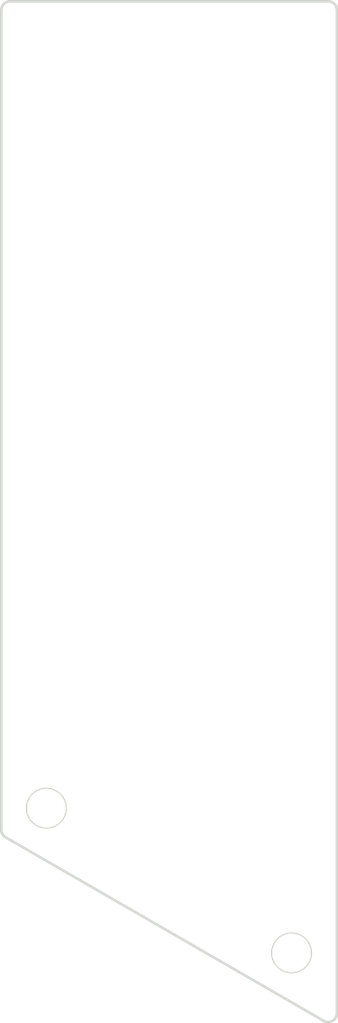
<source format=kicad_pcb>
(kicad_pcb (version 20240108) (generator "ergogen") (generator_version "4.1.0")
  (title_block (title "controller_overlay") (date "2025-03-02") (rev "0.2") (company "ceoloide"))
  (layers (0 "F.Cu" signal) (31 "B.Cu" signal) (34 "B.Paste" user) (35 "F.Paste" user) (36 "B.SilkS" user "B.Silkscreen") (37 "F.SilkS" user "F.Silkscreen") (38 "B.Mask" user) (39 "F.Mask" user) (44 "Edge.Cuts" user))
  (net 0 "")
  (footprint "ceoloide:mounting_hole_npth" (layer "F.Cu") (at 204.927 100.4635 0)
    (property "Reference" "MH1" hide)
    (pad "" np_thru_hole circle (at 0 0 0) (size 2.2 2.2) (drill 2.2) (layers "*.Cu" "*.Mask"))
  )
  (footprint "ceoloide:mounting_hole_npth" (layer "F.Cu") (at 218.969 108.7575 0)
    (property "Reference" "MH2" hide)
    (pad "" np_thru_hole circle (at 0 0 0) (size 2.2 2.2) (drill 2.2) (layers "*.Cu" "*.Mask"))
  )
  (gr_line (start 202.348 101.70315269366958) (end 202.348 54.7275) (layer Edge.Cuts) (stroke (width 0.15)))
  (gr_line (start 202.848 54.2275) (end 221.068 54.2275) (layer Edge.Cuts) (stroke (width 0.15)))
  (gr_line (start 221.568 54.7275) (end 221.568 112.22247459811555) (layer Edge.Cuts) (stroke (width 0.15)))
  (gr_line (start 220.81799999999998 112.65548729811555) (end 202.598 102.13616539366959) (layer Edge.Cuts) (stroke (width 0.15)))
  (gr_arc (start 202.848 54.2275) (mid 202.4944466 54.3739466) (end 202.348 54.7275) (layer Edge.Cuts) (stroke (width 0.15)))
  (gr_arc (start 221.568 54.7275) (mid 221.42155340000002 54.3739466) (end 221.068 54.2275) (layer Edge.Cuts) (stroke (width 0.15)))
  (gr_arc (start 220.818 112.65548729811556) (mid 221.318 112.65548729811556) (end 221.568 112.22247459811555) (layer Edge.Cuts) (stroke (width 0.15)))
  (gr_arc (start 202.348 101.70315269366958) (mid 202.4149873 101.95315269366958) (end 202.598 102.13616539366959) (layer Edge.Cuts) (stroke (width 0.15)))
  (gr_circle (center 204.927 100.4635) (end 206.027 100.4635) (layer Edge.Cuts) (stroke (width 0.15)) (fill none))
  (gr_circle (center 218.969 108.7575) (end 220.069 108.7575) (layer Edge.Cuts) (stroke (width 0.15)) (fill none))
)
</source>
